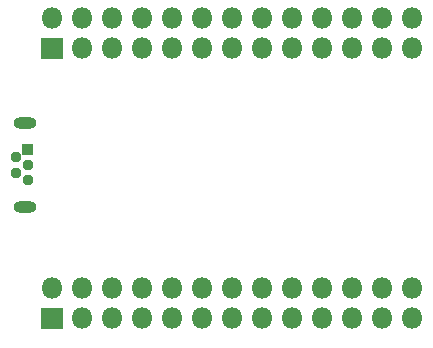
<source format=gbr>
%TF.GenerationSoftware,KiCad,Pcbnew,(5.1.8-0-10_14)*%
%TF.CreationDate,2020-11-28T23:42:33+01:00*%
%TF.ProjectId,FT2232Breakout,46543232-3332-4427-9265-616b6f75742e,rev?*%
%TF.SameCoordinates,Original*%
%TF.FileFunction,Soldermask,Bot*%
%TF.FilePolarity,Negative*%
%FSLAX46Y46*%
G04 Gerber Fmt 4.6, Leading zero omitted, Abs format (unit mm)*
G04 Created by KiCad (PCBNEW (5.1.8-0-10_14)) date 2020-11-28 23:42:33*
%MOMM*%
%LPD*%
G01*
G04 APERTURE LIST*
%ADD10O,1.800000X1.800000*%
%ADD11O,1.950000X0.950000*%
%ADD12C,0.940000*%
G04 APERTURE END LIST*
D10*
%TO.C,J103*%
X139700000Y-99060000D03*
X139700000Y-101600000D03*
X137160000Y-99060000D03*
X137160000Y-101600000D03*
X134620000Y-99060000D03*
X134620000Y-101600000D03*
X132080000Y-99060000D03*
X132080000Y-101600000D03*
X129540000Y-99060000D03*
X129540000Y-101600000D03*
X127000000Y-99060000D03*
X127000000Y-101600000D03*
X124460000Y-99060000D03*
X124460000Y-101600000D03*
X121920000Y-99060000D03*
X121920000Y-101600000D03*
X119380000Y-99060000D03*
X119380000Y-101600000D03*
X116840000Y-99060000D03*
X116840000Y-101600000D03*
X114300000Y-99060000D03*
X114300000Y-101600000D03*
X111760000Y-99060000D03*
X111760000Y-101600000D03*
X109220000Y-99060000D03*
G36*
G01*
X110070000Y-102500000D02*
X108370000Y-102500000D01*
G75*
G02*
X108320000Y-102450000I0J50000D01*
G01*
X108320000Y-100750000D01*
G75*
G02*
X108370000Y-100700000I50000J0D01*
G01*
X110070000Y-100700000D01*
G75*
G02*
X110120000Y-100750000I0J-50000D01*
G01*
X110120000Y-102450000D01*
G75*
G02*
X110070000Y-102500000I-50000J0D01*
G01*
G37*
%TD*%
%TO.C,J102*%
X139700000Y-76200000D03*
X139700000Y-78740000D03*
X137160000Y-76200000D03*
X137160000Y-78740000D03*
X134620000Y-76200000D03*
X134620000Y-78740000D03*
X132080000Y-76200000D03*
X132080000Y-78740000D03*
X129540000Y-76200000D03*
X129540000Y-78740000D03*
X127000000Y-76200000D03*
X127000000Y-78740000D03*
X124460000Y-76200000D03*
X124460000Y-78740000D03*
X121920000Y-76200000D03*
X121920000Y-78740000D03*
X119380000Y-76200000D03*
X119380000Y-78740000D03*
X116840000Y-76200000D03*
X116840000Y-78740000D03*
X114300000Y-76200000D03*
X114300000Y-78740000D03*
X111760000Y-76200000D03*
X111760000Y-78740000D03*
X109220000Y-76200000D03*
G36*
G01*
X110070000Y-79640000D02*
X108370000Y-79640000D01*
G75*
G02*
X108320000Y-79590000I0J50000D01*
G01*
X108320000Y-77890000D01*
G75*
G02*
X108370000Y-77840000I50000J0D01*
G01*
X110070000Y-77840000D01*
G75*
G02*
X110120000Y-77890000I0J-50000D01*
G01*
X110120000Y-79590000D01*
G75*
G02*
X110070000Y-79640000I-50000J0D01*
G01*
G37*
%TD*%
D11*
%TO.C,J101*%
X106940000Y-92175000D03*
X106940000Y-85025000D03*
D12*
X107160000Y-89900000D03*
X106160000Y-89250000D03*
X107160000Y-88600000D03*
X106160000Y-87950000D03*
G36*
G01*
X106740000Y-86830000D02*
X107580000Y-86830000D01*
G75*
G02*
X107630000Y-86880000I0J-50000D01*
G01*
X107630000Y-87720000D01*
G75*
G02*
X107580000Y-87770000I-50000J0D01*
G01*
X106740000Y-87770000D01*
G75*
G02*
X106690000Y-87720000I0J50000D01*
G01*
X106690000Y-86880000D01*
G75*
G02*
X106740000Y-86830000I50000J0D01*
G01*
G37*
%TD*%
M02*

</source>
